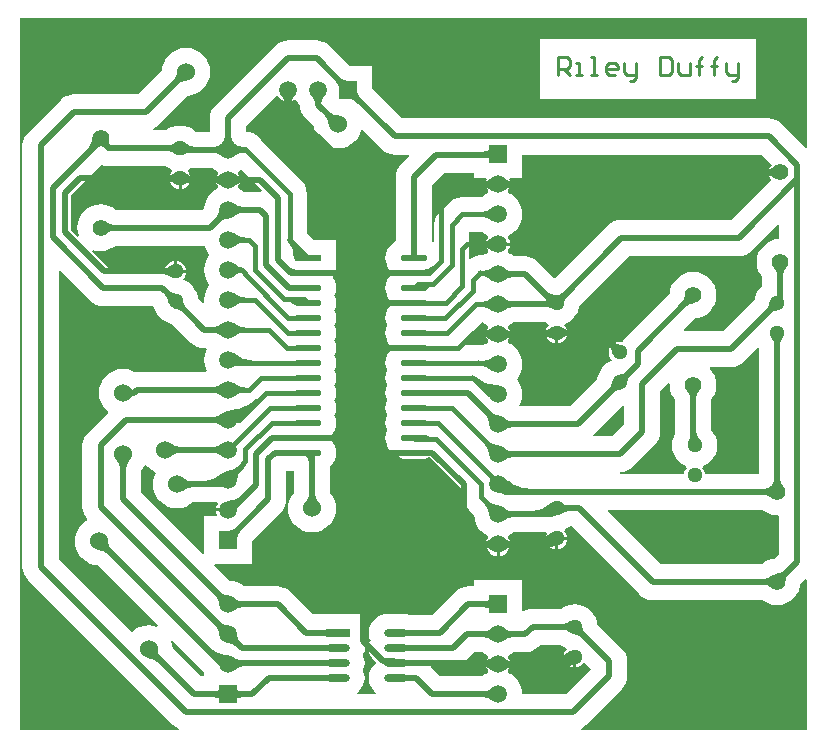
<source format=gtl>
%FSLAX25Y25*%
%MOIN*%
G70*
G01*
G75*
G04 Layer_Physical_Order=1*
G04 Layer_Color=255*
%ADD10C,0.02000*%
%ADD11C,0.01500*%
%ADD12O,0.09000X0.02000*%
%ADD13R,0.09000X0.02000*%
%ADD14O,0.08000X0.02500*%
%ADD15R,0.08000X0.02500*%
%ADD16C,0.01000*%
%ADD17C,0.05100*%
%ADD18R,0.05906X0.05906*%
%ADD19C,0.05906*%
%ADD20C,0.05512*%
%ADD21R,0.05906X0.05906*%
%ADD22C,0.06000*%
G36*
X625263Y354571D02*
X625207Y354000D01*
X625356Y352480D01*
X625800Y351018D01*
X626520Y349670D01*
X626971Y349121D01*
Y337801D01*
X626491Y336903D01*
X626059Y335480D01*
X625913Y334000D01*
X626059Y332520D01*
X626491Y331097D01*
X627192Y329785D01*
X628135Y328636D01*
X629285Y327692D01*
X630597Y326991D01*
X630763Y326940D01*
X630916Y326464D01*
X630399Y325790D01*
X630041Y324927D01*
X629982Y324479D01*
X608600D01*
X608576Y324978D01*
X609676Y325087D01*
X610807Y325430D01*
X610807Y325430D01*
X610807Y325430D01*
X611849Y325987D01*
X612763Y326737D01*
X612763Y326737D01*
X612763Y326737D01*
X620263Y334237D01*
X620263Y334237D01*
X620263Y334237D01*
X621013Y335151D01*
X621570Y336193D01*
X621570Y336193D01*
X621570Y336193D01*
X621913Y337324D01*
X622029Y338500D01*
X622029Y338500D01*
X622029Y338500D01*
Y338500D01*
Y352003D01*
X624811Y354784D01*
X625263Y354571D01*
D02*
G37*
G36*
X654971Y366291D02*
Y324479D01*
X637018D01*
X636959Y324927D01*
X636601Y325790D01*
X636084Y326464D01*
X636237Y326940D01*
X636403Y326991D01*
X637715Y327692D01*
X638865Y328636D01*
X639808Y329785D01*
X640509Y331097D01*
X640941Y332520D01*
X641086Y334000D01*
X640941Y335480D01*
X640509Y336903D01*
X639808Y338215D01*
X639029Y339164D01*
Y349121D01*
X639480Y349670D01*
X640200Y351018D01*
X640644Y352480D01*
X640793Y354000D01*
X640644Y355520D01*
X640200Y356982D01*
X639480Y358330D01*
X638511Y359511D01*
X638675Y359971D01*
X645500D01*
X646676Y360087D01*
X647807Y360430D01*
X648849Y360987D01*
X649763Y361737D01*
X654509Y366483D01*
X654971Y366291D01*
D02*
G37*
G36*
X432130Y382187D02*
X432130Y382187D01*
X432130Y382187D01*
Y382187D01*
X432130Y382187D01*
Y382187D01*
X432130D01*
X433044Y381437D01*
X434086Y380880D01*
X434086Y380880D01*
X434086Y380880D01*
D01*
X434086Y380880D01*
X434086Y380880D01*
X435217Y380537D01*
X436393Y380421D01*
X453089D01*
X453491Y379097D01*
X454192Y377785D01*
X455135Y376636D01*
X456285Y375692D01*
X457597Y374991D01*
X459020Y374559D01*
X459457Y374516D01*
X465737Y368237D01*
X466650Y367487D01*
X467693Y366930D01*
X468824Y366587D01*
X470000Y366471D01*
X470619D01*
X470876Y366042D01*
X470617Y365558D01*
X470162Y364059D01*
X470009Y362500D01*
X470162Y360941D01*
X470617Y359442D01*
X470876Y358958D01*
X470619Y358529D01*
X447500D01*
X446926Y358472D01*
X446076Y358927D01*
X444568Y359384D01*
X443000Y359539D01*
X441432Y359384D01*
X439924Y358927D01*
X438534Y358184D01*
X437316Y357184D01*
X436316Y355966D01*
X435573Y354576D01*
X435116Y353068D01*
X434961Y351500D01*
X435116Y349932D01*
X435573Y348424D01*
X436316Y347034D01*
X437316Y345816D01*
X437837Y345388D01*
X437862Y344888D01*
X431237Y338263D01*
X430487Y337350D01*
X429930Y336307D01*
X429587Y335176D01*
X429471Y334000D01*
X429471Y334000D01*
X429471D01*
X429471Y334000D01*
X429471D01*
Y313500D01*
X429587Y312324D01*
X429930Y311193D01*
X430487Y310151D01*
X431088Y309418D01*
X430990Y308928D01*
X430534Y308684D01*
X429316Y307684D01*
X428316Y306466D01*
X427573Y305076D01*
X427116Y303568D01*
X426961Y302000D01*
X427116Y300432D01*
X427573Y298924D01*
X428316Y297534D01*
X429316Y296316D01*
X430534Y295316D01*
X431924Y294573D01*
X433432Y294116D01*
X434459Y294015D01*
X454524Y273949D01*
X454267Y273521D01*
X453068Y273884D01*
X451500Y274039D01*
X449932Y273884D01*
X448424Y273427D01*
X447034Y272684D01*
X445838Y271703D01*
X421529Y296012D01*
Y392134D01*
X421991Y392326D01*
X432130Y382187D01*
D02*
G37*
G36*
X609757Y347380D02*
X609971Y347186D01*
Y340997D01*
X606003Y337029D01*
X599709D01*
X599517Y337491D01*
X609509Y347483D01*
X609757Y347380D01*
D02*
G37*
G36*
X589285Y267192D02*
X590597Y266491D01*
X590763Y266440D01*
X590916Y265964D01*
X590399Y265290D01*
X590041Y264427D01*
X589985Y264000D01*
X593500D01*
Y263500D01*
X594000D01*
Y259985D01*
X594427Y260041D01*
X595290Y260399D01*
X596032Y260968D01*
X596441Y261501D01*
X596940Y261534D01*
X598971Y259503D01*
Y259497D01*
X590503Y251029D01*
X575988D01*
X575838Y252559D01*
X575383Y254058D01*
X574645Y255440D01*
X573651Y256651D01*
X572440Y257645D01*
X571339Y258233D01*
X571234Y258721D01*
X571453Y259007D01*
X571851Y259968D01*
X571921Y260500D01*
X564079D01*
X564149Y259968D01*
X564547Y259007D01*
X564766Y258721D01*
X564661Y258233D01*
X563560Y257645D01*
X562810Y257029D01*
X548497D01*
X545517Y260009D01*
X545709Y260471D01*
X553000D01*
X554176Y260587D01*
X555307Y260930D01*
X555307Y260930D01*
X555307Y260930D01*
X556350Y261487D01*
X557263Y262237D01*
X557263Y262237D01*
X557263Y262237D01*
X559997Y264971D01*
X562810D01*
X563560Y264355D01*
X564661Y263767D01*
X564766Y263279D01*
X564547Y262993D01*
X564149Y262032D01*
X564079Y261500D01*
X571921D01*
X571851Y262032D01*
X571453Y262993D01*
X571234Y263279D01*
X571339Y263767D01*
X572440Y264355D01*
X573190Y264971D01*
X577000D01*
X578176Y265087D01*
X579307Y265430D01*
X579307Y265430D01*
X579307Y265430D01*
X580349Y265987D01*
X581263Y266737D01*
X581263Y266737D01*
X581263Y266737D01*
X581997Y267471D01*
X588945D01*
X589285Y267192D01*
D02*
G37*
G36*
X470047Y258426D02*
Y257029D01*
X468997D01*
X459485Y266541D01*
X459384Y267568D01*
X459021Y268767D01*
X459449Y269024D01*
X470047Y258426D01*
D02*
G37*
G36*
X451316Y326816D02*
X452534Y325816D01*
X453754Y325164D01*
X453899Y324686D01*
X453573Y324076D01*
X453116Y322568D01*
X452961Y321000D01*
X453116Y319432D01*
X453573Y317924D01*
X454316Y316534D01*
X455316Y315316D01*
X456534Y314316D01*
X457924Y313573D01*
X459432Y313116D01*
X461000Y312961D01*
X462568Y313116D01*
X464076Y313573D01*
X465466Y314316D01*
X466264Y314971D01*
X474348D01*
X474570Y314523D01*
X474547Y314493D01*
X474149Y313532D01*
X474079Y313000D01*
X478000D01*
Y312000D01*
X474079D01*
X474149Y311468D01*
X474397Y310869D01*
X474120Y310453D01*
X470047D01*
Y298132D01*
X469585Y297941D01*
X449029Y318497D01*
Y325736D01*
X449684Y326534D01*
X450207Y327512D01*
X450704Y327561D01*
X451316Y326816D01*
D02*
G37*
G36*
X656670Y312020D02*
X658018Y311300D01*
X659480Y310856D01*
X661000Y310707D01*
X661356Y310742D01*
X661727Y310406D01*
Y297753D01*
X660187Y296213D01*
X659480Y296144D01*
X658018Y295700D01*
X656670Y294980D01*
X656121Y294529D01*
X621997D01*
X604567Y311959D01*
X604759Y312421D01*
X656182D01*
X656670Y312020D01*
D02*
G37*
G36*
X470617Y399442D02*
X471355Y398060D01*
X471815Y397500D01*
X471355Y396940D01*
X470617Y395558D01*
X470162Y394059D01*
X470009Y392500D01*
X470162Y390941D01*
X470617Y389442D01*
X471355Y388060D01*
X471815Y387500D01*
X471355Y386940D01*
X470617Y385558D01*
X470162Y384059D01*
X470009Y382500D01*
X470098Y381594D01*
X469646Y381380D01*
X467984Y383043D01*
X467941Y383480D01*
X467509Y384903D01*
X466808Y386215D01*
X465865Y387365D01*
X464715Y388308D01*
X463403Y389009D01*
X463237Y389060D01*
X463084Y389536D01*
X463601Y390210D01*
X463959Y391073D01*
X464015Y391500D01*
X460500D01*
Y392000D01*
X460000D01*
Y395515D01*
X459573Y395459D01*
X458710Y395101D01*
X457968Y394532D01*
X457399Y393790D01*
X457041Y392927D01*
X456971Y392388D01*
X456050Y392479D01*
X438891D01*
X432602Y398767D01*
X432859Y399196D01*
X433980Y398856D01*
X435500Y398707D01*
X437020Y398856D01*
X438482Y399300D01*
X439830Y400020D01*
X440379Y400471D01*
X470305D01*
X470617Y399442D01*
D02*
G37*
G36*
X435850Y427430D02*
X436981Y427087D01*
X438157Y426971D01*
X457445D01*
X457785Y426692D01*
X459097Y425991D01*
X459263Y425940D01*
X459416Y425464D01*
X458899Y424790D01*
X458541Y423927D01*
X458485Y423500D01*
X465515D01*
X465459Y423927D01*
X465101Y424790D01*
X464584Y425464D01*
X464737Y425940D01*
X464903Y425991D01*
X465801Y426471D01*
X472810D01*
X473560Y425855D01*
X474661Y425267D01*
X474766Y424779D01*
X474547Y424493D01*
X474149Y423532D01*
X474079Y423000D01*
X481921D01*
X481851Y423532D01*
X481453Y424493D01*
X481234Y424779D01*
X481339Y425267D01*
X482390Y425829D01*
X489268Y418951D01*
X489055Y418499D01*
X488750Y418529D01*
X483190D01*
X482440Y419144D01*
X481339Y419733D01*
X481234Y420221D01*
X481453Y420507D01*
X481851Y421468D01*
X481921Y422000D01*
X474079D01*
X474149Y421468D01*
X474547Y420507D01*
X474766Y420221D01*
X474661Y419733D01*
X473560Y419144D01*
X472349Y418151D01*
X471355Y416940D01*
X470617Y415558D01*
X470162Y414059D01*
X470067Y413094D01*
X469503Y412529D01*
X440379D01*
X439830Y412980D01*
X438482Y413700D01*
X437020Y414144D01*
X435500Y414293D01*
X433980Y414144D01*
X432518Y413700D01*
X431170Y412980D01*
X429989Y412011D01*
X429020Y410830D01*
X428300Y409482D01*
X427856Y408020D01*
X427707Y406500D01*
X427856Y404980D01*
X428196Y403859D01*
X427767Y403602D01*
X425529Y405840D01*
Y417160D01*
X435817Y427447D01*
X435850Y427430D01*
D02*
G37*
G36*
X670953Y433367D02*
X670491Y433176D01*
X662451Y441216D01*
X661537Y441966D01*
X660495Y442523D01*
X659364Y442866D01*
X658187Y442982D01*
X536045D01*
X525953Y453074D01*
Y460453D01*
X518574D01*
X511763Y467263D01*
X510850Y468013D01*
X509807Y468570D01*
X508676Y468913D01*
X507500Y469029D01*
X498000D01*
X496824Y468913D01*
X495693Y468570D01*
X494651Y468013D01*
X493737Y467263D01*
X473737Y447263D01*
X472987Y446349D01*
X472430Y445307D01*
X472087Y444176D01*
X471971Y443000D01*
X471971Y443000D01*
X471971D01*
X471971Y443000D01*
X471971D01*
Y438529D01*
X467164D01*
X466215Y439308D01*
X464903Y440009D01*
X463480Y440441D01*
X462000Y440587D01*
X460520Y440441D01*
X459097Y440009D01*
X457785Y439308D01*
X457445Y439029D01*
X453086D01*
X452965Y439514D01*
X453850Y439987D01*
X454763Y440737D01*
X454763Y440737D01*
X454763Y440737D01*
X464541Y450515D01*
X465568Y450616D01*
X467076Y451073D01*
X468466Y451816D01*
X469684Y452816D01*
X470684Y454034D01*
X471427Y455424D01*
X471884Y456932D01*
X472039Y458500D01*
X471884Y460068D01*
X471427Y461576D01*
X470684Y462966D01*
X469684Y464184D01*
X468466Y465184D01*
X467076Y465927D01*
X465568Y466384D01*
X464000Y466539D01*
X462432Y466384D01*
X460924Y465927D01*
X459534Y465184D01*
X458316Y464184D01*
X457316Y462966D01*
X456573Y461576D01*
X456116Y460068D01*
X456015Y459041D01*
X448003Y451029D01*
X426500D01*
X425324Y450913D01*
X424193Y450570D01*
X423150Y450013D01*
X422237Y449263D01*
X411237Y438263D01*
X410487Y437350D01*
X409930Y436307D01*
X409587Y435176D01*
X409471Y434000D01*
X409471Y434000D01*
X409471D01*
X409471Y434000D01*
X409471D01*
Y293515D01*
X409587Y292338D01*
X409930Y291208D01*
X410487Y290165D01*
X411237Y289251D01*
X459704Y240784D01*
Y240784D01*
X459704Y240784D01*
X459704Y240784D01*
Y240784D01*
X460618Y240034D01*
X461557Y239532D01*
X461435Y239048D01*
X408547D01*
Y476500D01*
X670953D01*
Y433367D01*
D02*
G37*
G36*
X659154Y427460D02*
X658719Y426894D01*
X658341Y425981D01*
X658212Y425000D01*
X658341Y424019D01*
X658719Y423106D01*
X659154Y422540D01*
X645690Y409076D01*
X609047D01*
X607871Y408960D01*
X606740Y408617D01*
X605698Y408060D01*
X604784Y407310D01*
X587250Y389776D01*
X586750D01*
X581263Y395263D01*
X580349Y396013D01*
X579307Y396570D01*
X578176Y396913D01*
X577000Y397029D01*
X573190D01*
X572440Y397644D01*
X571339Y398233D01*
X571234Y398721D01*
X571453Y399007D01*
X571851Y399968D01*
X571921Y400500D01*
X564079D01*
X564149Y399968D01*
X564547Y399007D01*
X564766Y398721D01*
X564661Y398233D01*
X563560Y397644D01*
X563140Y397300D01*
X562000D01*
X560499Y397102D01*
X560089Y396932D01*
X559100Y396523D01*
X558748Y396252D01*
X558300Y396474D01*
Y405098D01*
X558402Y405200D01*
X562531D01*
X563560Y404355D01*
X564661Y403767D01*
X564766Y403279D01*
X564547Y402993D01*
X564149Y402032D01*
X564079Y401500D01*
X571921D01*
X571851Y402032D01*
X571453Y402993D01*
X571234Y403279D01*
X571339Y403767D01*
X572440Y404355D01*
X573651Y405349D01*
X574645Y406560D01*
X575383Y407942D01*
X575838Y409441D01*
X575991Y411000D01*
X575838Y412559D01*
X575383Y414058D01*
X574645Y415440D01*
X573651Y416651D01*
X572440Y417645D01*
X571339Y418233D01*
X571234Y418721D01*
X571453Y419007D01*
X571851Y419968D01*
X571921Y420500D01*
X564079D01*
X564149Y419968D01*
X564547Y419007D01*
X564766Y418721D01*
X564661Y418233D01*
X563560Y417645D01*
X562531Y416800D01*
X556000D01*
X554499Y416602D01*
X553100Y416023D01*
X551899Y415101D01*
X548399Y411601D01*
X547477Y410400D01*
X546898Y409001D01*
X546700Y407500D01*
Y402043D01*
X546397Y401861D01*
X545962Y402108D01*
Y420936D01*
X549888Y424861D01*
X560047D01*
Y423047D01*
X564120D01*
X564397Y422632D01*
X564149Y422032D01*
X564079Y421500D01*
X571921D01*
X571851Y422032D01*
X571603Y422632D01*
X571880Y423047D01*
X575953D01*
Y430924D01*
X655690D01*
X659154Y427460D01*
D02*
G37*
G36*
X661727Y407407D02*
Y402767D01*
X660480Y402644D01*
X659018Y402200D01*
X657670Y401480D01*
X656489Y400511D01*
X655520Y399330D01*
X654800Y397982D01*
X654356Y396520D01*
X654207Y395000D01*
X654356Y393480D01*
X654800Y392018D01*
X655520Y390670D01*
X655971Y390121D01*
Y387140D01*
X655635Y386864D01*
X654692Y385715D01*
X653991Y384403D01*
X653559Y382980D01*
X653516Y382542D01*
X643003Y372029D01*
X630209D01*
X630017Y372491D01*
X633813Y376287D01*
X634520Y376356D01*
X635982Y376800D01*
X637330Y377520D01*
X638511Y378489D01*
X639480Y379670D01*
X640200Y381018D01*
X640644Y382480D01*
X640793Y384000D01*
X640644Y385520D01*
X640200Y386982D01*
X639480Y388330D01*
X638511Y389511D01*
X637330Y390480D01*
X635982Y391200D01*
X634520Y391644D01*
X633000Y391793D01*
X631480Y391644D01*
X630018Y391200D01*
X628670Y390480D01*
X627489Y389511D01*
X626520Y388330D01*
X625800Y386982D01*
X625356Y385520D01*
X625287Y384813D01*
X610237Y369763D01*
X609487Y368849D01*
X609288Y368477D01*
X608500Y368581D01*
X607573Y368459D01*
X606710Y368101D01*
X605968Y367532D01*
X605399Y366790D01*
X605041Y365927D01*
X604919Y365000D01*
X605041Y364073D01*
X605399Y363210D01*
X605916Y362536D01*
X605763Y362060D01*
X605597Y362009D01*
X604285Y361308D01*
X603135Y360365D01*
X602192Y359215D01*
X601491Y357903D01*
X601059Y356480D01*
X601016Y356043D01*
X592003Y347029D01*
X575381D01*
X575124Y347458D01*
X575383Y347942D01*
X575838Y349441D01*
X575991Y351000D01*
X575838Y352559D01*
X575383Y354058D01*
X574645Y355440D01*
X574185Y356000D01*
X574645Y356560D01*
X575383Y357942D01*
X575838Y359441D01*
X575991Y361000D01*
X575838Y362559D01*
X575383Y364058D01*
X574645Y365440D01*
X573651Y366651D01*
X572440Y367645D01*
X571339Y368233D01*
X571234Y368721D01*
X571453Y369007D01*
X571851Y369968D01*
X571921Y370500D01*
X564079D01*
X564149Y369968D01*
X564547Y369007D01*
X564766Y368721D01*
X564661Y368233D01*
X563560Y367645D01*
X563140Y367300D01*
X555655D01*
X555464Y367762D01*
X562735Y375033D01*
X563560Y374356D01*
X564661Y373767D01*
X564766Y373279D01*
X564547Y372993D01*
X564149Y372032D01*
X564079Y371500D01*
X571921D01*
X571851Y372032D01*
X571453Y372993D01*
X571234Y373279D01*
X571339Y373767D01*
X572440Y374356D01*
X573190Y374971D01*
X583699D01*
X584597Y374491D01*
X584763Y374440D01*
X584916Y373964D01*
X584399Y373290D01*
X584041Y372427D01*
X583985Y372000D01*
X591015D01*
X590959Y372427D01*
X590601Y373290D01*
X590084Y373964D01*
X590237Y374440D01*
X590403Y374491D01*
X591715Y375192D01*
X592865Y376135D01*
X593808Y377285D01*
X594509Y378597D01*
X594941Y380020D01*
X594984Y380457D01*
X611545Y397018D01*
X648187D01*
X649364Y397134D01*
X650494Y397477D01*
X650494Y397477D01*
X650494Y397477D01*
X651537Y398034D01*
X652451Y398784D01*
X652451Y398784D01*
X652451Y398784D01*
X661265Y407598D01*
X661727Y407407D01*
D02*
G37*
G36*
X498500Y448579D02*
X499032Y448649D01*
X499993Y449047D01*
X500279Y449266D01*
X500767Y449161D01*
X501356Y448060D01*
X501992Y447285D01*
X502087Y446324D01*
X502430Y445193D01*
X502430Y445193D01*
X502430Y445193D01*
X502987Y444150D01*
X503737Y443237D01*
X503737Y443237D01*
X503737Y443237D01*
X506515Y440459D01*
X506616Y439432D01*
X507073Y437924D01*
X507816Y436534D01*
X508816Y435316D01*
X510034Y434316D01*
X511424Y433573D01*
X512932Y433116D01*
X514500Y432961D01*
X516068Y433116D01*
X517576Y433573D01*
X518966Y434316D01*
X520184Y435316D01*
X521184Y436534D01*
X521927Y437924D01*
X522280Y439087D01*
X522765Y439209D01*
X529284Y432690D01*
Y432690D01*
X529284Y432690D01*
X529284Y432690D01*
Y432690D01*
X530198Y431940D01*
X531240Y431383D01*
X531240Y431383D01*
X531240Y431383D01*
D01*
X531240Y431383D01*
X531240Y431383D01*
X532371Y431040D01*
X533547Y430924D01*
X538244D01*
X538436Y430462D01*
X535670Y427696D01*
X534920Y426783D01*
X534363Y425740D01*
X534020Y424609D01*
X533904Y423433D01*
X533904Y423433D01*
X533904D01*
X533904Y423433D01*
X533904D01*
Y401952D01*
X533083Y401513D01*
X532170Y400763D01*
X531420Y399850D01*
X530863Y398807D01*
X530520Y397676D01*
X530404Y396500D01*
X530520Y395324D01*
X530863Y394193D01*
X531420Y393150D01*
X532170Y392237D01*
X532763Y391750D01*
Y391250D01*
X532170Y390763D01*
X531420Y389849D01*
X530863Y388807D01*
X530520Y387676D01*
X530404Y386500D01*
X530520Y385324D01*
X530863Y384193D01*
X531420Y383151D01*
X532170Y382237D01*
X532763Y381750D01*
Y381250D01*
X532170Y380763D01*
X531420Y379850D01*
X530863Y378807D01*
X530520Y377676D01*
X530404Y376500D01*
X530520Y375324D01*
X530863Y374193D01*
X530966Y374000D01*
X530863Y373807D01*
X530520Y372676D01*
X530404Y371500D01*
X530520Y370324D01*
X530863Y369193D01*
X531420Y368150D01*
X532170Y367237D01*
X532763Y366750D01*
Y366250D01*
X532170Y365763D01*
X531420Y364849D01*
X530863Y363807D01*
X530520Y362676D01*
X530404Y361500D01*
X530520Y360324D01*
X530863Y359193D01*
X530966Y359000D01*
X530863Y358807D01*
X530520Y357676D01*
X530404Y356500D01*
X530520Y355324D01*
X530863Y354193D01*
X530966Y354000D01*
X530863Y353807D01*
X530520Y352676D01*
X530404Y351500D01*
X530520Y350324D01*
X530863Y349193D01*
X530966Y349000D01*
X530863Y348807D01*
X530520Y347676D01*
X530404Y346500D01*
X530520Y345324D01*
X530863Y344193D01*
X530966Y344000D01*
X530863Y343807D01*
X530520Y342676D01*
X530404Y341500D01*
X530520Y340324D01*
X530863Y339193D01*
X530966Y339000D01*
X530863Y338807D01*
X530520Y337676D01*
X530404Y336500D01*
X530520Y335324D01*
X530863Y334193D01*
X531420Y333151D01*
X532170Y332237D01*
X533083Y331487D01*
X534126Y330930D01*
X534532Y330807D01*
X534549Y330720D01*
X534991Y330058D01*
X535653Y329616D01*
X536433Y329461D01*
X543433D01*
X544213Y329616D01*
X544875Y330058D01*
X545207Y330091D01*
X556498Y318800D01*
Y316703D01*
X556695Y315202D01*
X557275Y313803D01*
X558196Y312602D01*
X560032Y310766D01*
X560162Y309441D01*
X560617Y307942D01*
X561355Y306560D01*
X562349Y305349D01*
X563560Y304356D01*
X564661Y303767D01*
X564766Y303279D01*
X564547Y302993D01*
X564149Y302032D01*
X564079Y301500D01*
X571921D01*
X571851Y302032D01*
X571453Y302993D01*
X571234Y303279D01*
X571339Y303767D01*
X572440Y304356D01*
X573190Y304971D01*
X584024D01*
X584302Y304555D01*
X584041Y303927D01*
X583985Y303500D01*
X591015D01*
X590959Y303927D01*
X590601Y304790D01*
X590084Y305464D01*
X590237Y305940D01*
X590403Y305991D01*
X591715Y306692D01*
X592055Y306971D01*
X592503D01*
X615237Y284237D01*
Y284237D01*
X615237Y284237D01*
X615237Y284237D01*
Y284237D01*
X616151Y283487D01*
X617193Y282930D01*
X617193Y282930D01*
X617193Y282930D01*
D01*
X617193Y282930D01*
X617193Y282930D01*
X618324Y282587D01*
X619500Y282471D01*
X656121D01*
X656670Y282020D01*
X658018Y281300D01*
X659480Y280856D01*
X661000Y280707D01*
X662520Y280856D01*
X663982Y281300D01*
X665330Y282020D01*
X666511Y282989D01*
X667480Y284170D01*
X668200Y285518D01*
X668644Y286980D01*
X668713Y287687D01*
X670491Y289464D01*
X670953Y289273D01*
Y239048D01*
X595621D01*
X595499Y239532D01*
X596349Y239987D01*
X597263Y240737D01*
X609263Y252737D01*
X609263Y252737D01*
X609263Y252737D01*
X610013Y253650D01*
X610570Y254693D01*
X610570Y254693D01*
X610570Y254693D01*
X610913Y255824D01*
X611029Y257000D01*
X611029Y257000D01*
X611029Y257000D01*
Y257000D01*
Y262000D01*
X611029Y262000D01*
X610913Y263176D01*
X610570Y264307D01*
X610013Y265350D01*
X609263Y266263D01*
X600984Y274542D01*
X600941Y274980D01*
X600509Y276403D01*
X599808Y277715D01*
X598865Y278865D01*
X597715Y279808D01*
X596403Y280509D01*
X594980Y280941D01*
X593500Y281086D01*
X592020Y280941D01*
X590597Y280509D01*
X589285Y279808D01*
X588945Y279529D01*
X579500D01*
X578324Y279413D01*
X577193Y279070D01*
X576382Y278637D01*
X575953Y278894D01*
Y288953D01*
X560047D01*
Y287029D01*
X558000D01*
X556824Y286913D01*
X555693Y286570D01*
X554650Y286013D01*
X553737Y285263D01*
X546003Y277529D01*
X538406D01*
X537975Y277660D01*
X536750Y277780D01*
X531250D01*
X530025Y277660D01*
X528847Y277302D01*
X527761Y276722D01*
X526809Y275941D01*
X526028Y274989D01*
X525448Y273903D01*
X525090Y272725D01*
X524970Y271500D01*
X525090Y270275D01*
X525448Y269097D01*
X525499Y269000D01*
X525448Y268903D01*
X525090Y267725D01*
X524970Y266500D01*
X525090Y265275D01*
X525448Y264097D01*
X526028Y263011D01*
X526809Y262059D01*
X527186Y261750D01*
Y261250D01*
X526809Y260941D01*
X526028Y259989D01*
X525448Y258903D01*
X525090Y257725D01*
X524970Y256500D01*
X525090Y255275D01*
X525448Y254097D01*
X526028Y253011D01*
X526809Y252059D01*
X527433Y251547D01*
X527265Y251076D01*
X521235D01*
X521067Y251547D01*
X521691Y252059D01*
X522472Y253011D01*
X523052Y254097D01*
X523410Y255275D01*
X523530Y256500D01*
X523410Y257725D01*
X523052Y258903D01*
X523000Y259000D01*
X523052Y259097D01*
X523410Y260275D01*
X523530Y261500D01*
X523410Y262725D01*
X523052Y263903D01*
X523000Y264000D01*
X523052Y264097D01*
X523402Y265250D01*
X523500D01*
Y266193D01*
X523530Y266500D01*
X523500Y266807D01*
Y277750D01*
X506276D01*
X498763Y285263D01*
X497850Y286013D01*
X496807Y286570D01*
X495676Y286913D01*
X494500Y287029D01*
X483190D01*
X482440Y287645D01*
X481058Y288383D01*
X479559Y288838D01*
X478594Y288933D01*
X473441Y294085D01*
X473632Y294547D01*
X485953D01*
Y301926D01*
X495716Y311689D01*
X495716Y311690D01*
X496466Y312603D01*
X497023Y313646D01*
X497366Y314776D01*
X497482Y315953D01*
X497482Y315953D01*
Y325471D01*
X499971D01*
Y318264D01*
X499316Y317466D01*
X498573Y316076D01*
X498116Y314568D01*
X497961Y313000D01*
X498116Y311432D01*
X498573Y309924D01*
X499316Y308534D01*
X500316Y307316D01*
X501534Y306316D01*
X502924Y305573D01*
X504432Y305116D01*
X506000Y304961D01*
X507568Y305116D01*
X509076Y305573D01*
X510466Y306316D01*
X511684Y307316D01*
X512684Y308534D01*
X513427Y309924D01*
X513884Y311432D01*
X514039Y313000D01*
X513884Y314568D01*
X513427Y316076D01*
X512684Y317466D01*
X512029Y318264D01*
Y327045D01*
X512263Y327237D01*
X513013Y328151D01*
X513570Y329193D01*
X513913Y330324D01*
X514029Y331500D01*
X513913Y332676D01*
X513570Y333807D01*
X513013Y334850D01*
X512263Y335763D01*
X511670Y336250D01*
Y336750D01*
X512263Y337237D01*
X513013Y338151D01*
X513570Y339193D01*
X513913Y340324D01*
X514029Y341500D01*
X513913Y342676D01*
X513570Y343807D01*
X513467Y344000D01*
X513570Y344193D01*
X513913Y345324D01*
X514029Y346500D01*
X513913Y347676D01*
X513570Y348807D01*
X513467Y349000D01*
X513570Y349193D01*
X513913Y350324D01*
X514029Y351500D01*
X513913Y352676D01*
X513570Y353807D01*
X513467Y354000D01*
X513570Y354193D01*
X513913Y355324D01*
X514029Y356500D01*
X513913Y357676D01*
X513570Y358807D01*
X513467Y359000D01*
X513570Y359193D01*
X513913Y360324D01*
X514029Y361500D01*
X513913Y362676D01*
X513570Y363807D01*
X513467Y364000D01*
X513570Y364193D01*
X513913Y365324D01*
X514029Y366500D01*
X513913Y367676D01*
X513570Y368807D01*
X513467Y369000D01*
X513570Y369193D01*
X513913Y370324D01*
X514029Y371500D01*
X513913Y372676D01*
X513570Y373807D01*
X513467Y374000D01*
X513570Y374193D01*
X513913Y375324D01*
X514029Y376500D01*
X513913Y377676D01*
X513570Y378807D01*
X513467Y379000D01*
X513570Y379193D01*
X513913Y380324D01*
X514029Y381500D01*
X513913Y382676D01*
X513570Y383807D01*
X513467Y384000D01*
X513570Y384193D01*
X513913Y385324D01*
X514029Y386500D01*
X513913Y387676D01*
X513570Y388807D01*
X513013Y389849D01*
X512850Y390048D01*
X513064Y390500D01*
X514000D01*
Y402500D01*
X506702D01*
X504300Y404902D01*
Y417921D01*
X504102Y419422D01*
X503523Y420821D01*
X502601Y422022D01*
X489119Y435504D01*
X488934Y435850D01*
X488185Y436763D01*
X487271Y437513D01*
X486229Y438070D01*
X485098Y438413D01*
X484029Y438518D01*
Y440503D01*
X494056Y450529D01*
X494555Y450497D01*
X495181Y449681D01*
X496007Y449047D01*
X496968Y448649D01*
X497500Y448579D01*
Y452500D01*
X498500D01*
Y448579D01*
D02*
G37*
%LPC*%
G36*
X571921Y300500D02*
X568500D01*
Y297079D01*
X569032Y297149D01*
X569993Y297547D01*
X570819Y298181D01*
X571453Y299007D01*
X571851Y299968D01*
X571921Y300500D01*
D02*
G37*
G36*
X653981Y469498D02*
X582000D01*
Y449501D01*
X653981D01*
Y469498D01*
D02*
G37*
G36*
X593000Y263000D02*
X589985D01*
X590041Y262573D01*
X590399Y261710D01*
X590968Y260968D01*
X591710Y260399D01*
X592573Y260041D01*
X593000Y259985D01*
Y263000D01*
D02*
G37*
G36*
X567500Y300500D02*
X564079D01*
X564149Y299968D01*
X564547Y299007D01*
X565181Y298181D01*
X566007Y297547D01*
X566968Y297149D01*
X567500Y297079D01*
Y300500D01*
D02*
G37*
G36*
X587000Y371000D02*
X583985D01*
X584041Y370573D01*
X584399Y369710D01*
X584968Y368968D01*
X585710Y368399D01*
X586573Y368041D01*
X587000Y367985D01*
Y371000D01*
D02*
G37*
G36*
X591015D02*
X588000D01*
Y367985D01*
X588427Y368041D01*
X589290Y368399D01*
X590032Y368968D01*
X590601Y369710D01*
X590959Y370573D01*
X591015Y371000D01*
D02*
G37*
G36*
X461000Y395515D02*
Y392500D01*
X464015D01*
X463959Y392927D01*
X463601Y393790D01*
X463032Y394532D01*
X462290Y395101D01*
X461427Y395459D01*
X461000Y395515D01*
D02*
G37*
G36*
X461500Y422500D02*
X458485D01*
X458541Y422073D01*
X458899Y421210D01*
X459468Y420468D01*
X460210Y419899D01*
X461073Y419541D01*
X461500Y419485D01*
Y422500D01*
D02*
G37*
G36*
X587000Y302500D02*
X583985D01*
X584041Y302073D01*
X584399Y301210D01*
X584968Y300468D01*
X585710Y299899D01*
X586573Y299541D01*
X587000Y299485D01*
Y302500D01*
D02*
G37*
G36*
X591015D02*
X588000D01*
Y299485D01*
X588427Y299541D01*
X589290Y299899D01*
X590032Y300468D01*
X590601Y301210D01*
X590959Y302073D01*
X591015Y302500D01*
D02*
G37*
G36*
X465515Y422500D02*
X462500D01*
Y419485D01*
X462927Y419541D01*
X463790Y419899D01*
X464532Y420468D01*
X465101Y421210D01*
X465459Y422073D01*
X465515Y422500D01*
D02*
G37*
%LPD*%
D10*
X453500Y266000D02*
G03*
X454914Y262586I4828J0D01*
G01*
X454914Y262586D02*
G03*
X451500Y264000I-3414J-3414D01*
G01*
X454175Y263480D02*
G03*
X451500Y266000I-3376J-905D01*
G01*
D02*
G03*
X454020Y263325I3424J701D01*
G01*
X458414Y333914D02*
G03*
X461828Y332500I3414J3414D01*
G01*
D02*
G03*
X458414Y331086I0J-4828D01*
G01*
X437000Y302000D02*
G03*
X438414Y298586I4828J0D01*
G01*
X438414Y298586D02*
G03*
X435000Y300000I-3414J-3414D01*
G01*
X437675Y299480D02*
G03*
X435000Y302000I-3376J-905D01*
G01*
D02*
G03*
X437520Y299325I3424J701D01*
G01*
X462414Y322414D02*
G03*
X465828Y321000I3414J3414D01*
G01*
D02*
G03*
X462414Y319586I0J-4828D01*
G01*
X444414Y329586D02*
G03*
X443000Y326172I3414J-3414D01*
G01*
D02*
G03*
X441586Y329586I-4828J0D01*
G01*
X444723Y352515D02*
G03*
X446500Y351500I1777J1047D01*
G01*
D02*
G03*
X444723Y350485I0J-2062D01*
G01*
X504586Y314414D02*
G03*
X506000Y317828I-3414J3414D01*
G01*
D02*
G03*
X507414Y314414I4828J0D01*
G01*
X512500Y441000D02*
G03*
X511086Y444414I-4828J0D01*
G01*
X511086Y444414D02*
G03*
X514500Y443000I3414J3414D01*
G01*
X511825Y443520D02*
G03*
X514500Y441000I3376J905D01*
G01*
D02*
G03*
X511980Y443675I-3424J-701D01*
G01*
X464000Y456500D02*
G03*
X460586Y455086I0J-4828D01*
G01*
X460586Y455086D02*
G03*
X462000Y458500I-3414J3414D01*
G01*
X461480Y455825D02*
G03*
X464000Y458500I-905J3376D01*
G01*
D02*
G03*
X461325Y455980I701J-3424D01*
G01*
X588551Y261000D02*
G03*
X593818Y263182I0J7449D01*
G01*
X583722Y261000D02*
G03*
X592404Y264596I0J12278D01*
G01*
X593099Y262003D02*
G03*
X591385Y261777I-584J-2181D01*
G01*
X590262Y261128D02*
G03*
X591962Y263692I-1727J2991D01*
G01*
X592852Y262092D02*
G03*
X587649Y261851I-2369J-5151D01*
G01*
X593436Y261951D02*
G03*
X591000Y261000I-133J-3254D01*
G01*
D02*
G03*
X591951Y263437I-2303J2303D01*
G01*
X592404Y272404D02*
G03*
X589758Y273500I-2646J-2646D01*
G01*
D02*
G03*
X592404Y274596I0J3742D01*
G01*
X595050Y273500D02*
G03*
X596146Y270854I3742J0D01*
G01*
X596146Y270854D02*
G03*
X593500Y271950I-2646J-2646D01*
G01*
X632404Y335096D02*
G03*
X633000Y336535I-1439J1439D01*
G01*
Y338949D02*
G03*
X634596Y335096I5449J0D01*
G01*
X606950Y365000D02*
G03*
X605854Y367646I-3742J0D01*
G01*
X605854Y367646D02*
G03*
X608500Y366550I2646J2646D01*
G01*
Y353450D02*
G03*
X605854Y352354I0J-3742D01*
G01*
X605854Y352354D02*
G03*
X606950Y355000I-2646J2646D01*
G01*
X608500Y356550D02*
G03*
X611146Y357646I0J3742D01*
G01*
X611146Y357646D02*
G03*
X610050Y355000I2646J-2646D01*
G01*
X661000Y379950D02*
G03*
X658354Y378854I0J-3742D01*
G01*
X658354Y378854D02*
G03*
X659450Y381500I-2646J2646D01*
G01*
X662096Y370404D02*
G03*
X661000Y367758I2646J-2646D01*
G01*
D02*
G03*
X659904Y370404I-3742J0D01*
G01*
X586404Y370404D02*
G03*
X584965Y371000I-1439J-1439D01*
G01*
X582551D02*
G03*
X586404Y372596I0J5449D01*
G01*
X588596D02*
G03*
X591242Y371500I2646J2646D01*
G01*
D02*
G03*
X588596Y370404I0J-3742D01*
G01*
X583147Y384853D02*
G03*
X587500Y383050I4353J4353D01*
G01*
X586404Y380404D02*
G03*
X584965Y381000I-1439J-1439D01*
G01*
X582551D02*
G03*
X586404Y382596I0J5449D01*
G01*
X587500Y383050D02*
G03*
X590146Y384146I0J3742D01*
G01*
X590146Y384146D02*
G03*
X589050Y381500I2646J-2646D01*
G01*
X587916Y381672D02*
G03*
X585836Y383496I-2889J-1198D01*
G01*
X459404Y390904D02*
G03*
X456758Y392000I-2646J-2646D01*
G01*
D02*
G03*
X459404Y393096I0J3742D01*
G01*
X462050Y382000D02*
G03*
X463146Y379354I3742J0D01*
G01*
X463146Y379354D02*
G03*
X460500Y380450I-2646J-2646D01*
G01*
X458950Y382000D02*
G03*
X457854Y384646I-3742J0D01*
G01*
X457854Y384646D02*
G03*
X460500Y383550I2646J2646D01*
G01*
X460904Y421904D02*
G03*
X458258Y423000I-2646J-2646D01*
G01*
D02*
G03*
X460904Y424096I0J3742D01*
G01*
X463096D02*
G03*
X466949Y422500I3853J3853D01*
G01*
X464535D02*
G03*
X463096Y421904I0J-2035D01*
G01*
X460904Y431904D02*
G03*
X458258Y433000I-2646J-2646D01*
G01*
D02*
G03*
X460904Y434096I0J3742D01*
G01*
X463096D02*
G03*
X466949Y432500I3853J3853D01*
G01*
X464535D02*
G03*
X463096Y431904I0J-2035D01*
G01*
X516047Y452500D02*
G03*
X514666Y455834I-4714J0D01*
G01*
X514666Y455834D02*
G03*
X518000Y454453I3334J3334D01*
G01*
X519953Y452500D02*
G03*
X521334Y449166I4714J0D01*
G01*
X521334Y449166D02*
G03*
X518000Y450547I-3334J-3334D01*
G01*
X509381Y451119D02*
G03*
X508000Y447786I3334J-3334D01*
G01*
D02*
G03*
X506619Y451119I-4714J0D01*
G01*
X499381D02*
G03*
X498000Y447786I3334J-3334D01*
G01*
D02*
G03*
X496619Y451119I-4714J0D01*
G01*
X569381Y302381D02*
G03*
X572714Y301000I3334J3334D01*
G01*
D02*
G03*
X569381Y299619I0J-4714D01*
G01*
X566619D02*
G03*
X563286Y301000I-3334J-3334D01*
G01*
D02*
G03*
X566619Y302381I0J4714D01*
G01*
X569381Y312381D02*
G03*
X572714Y311000I3334J3334D01*
G01*
D02*
G03*
X569381Y309619I0J-4714D01*
G01*
X567967Y320967D02*
G03*
X573801Y318550I5834J5834D01*
G01*
X569381Y322381D02*
G03*
X578629Y318550I9248J9248D01*
G01*
X569923Y321339D02*
G03*
X571688Y318818I3585J632D01*
G01*
X571688Y318818D02*
G03*
X568603Y319143I-1907J-3303D01*
G01*
X571510Y321152D02*
G03*
X567974Y321039I-1677J-2905D01*
G01*
X574301Y319540D02*
G03*
X569082Y319374I-2476J-4288D01*
G01*
X569896Y320534D02*
G03*
X570450Y318550I2036J-501D01*
G01*
D02*
G03*
X568466Y319104I-1483J-1483D01*
G01*
X569381Y332381D02*
G03*
X572714Y331000I3334J3334D01*
G01*
D02*
G03*
X569381Y329619I0J-4714D01*
G01*
Y342381D02*
G03*
X572714Y341000I3334J3334D01*
G01*
D02*
G03*
X569381Y339619I0J-4714D01*
G01*
X568047Y341005D02*
G03*
X565903Y343515I-2899J-306D01*
G01*
X566047Y341000D02*
G03*
X564313Y345187I-5922J0D01*
G01*
X565520Y343980D02*
G03*
X568000Y342953I2480J2480D01*
G01*
X565330Y343675D02*
G03*
X567987Y340955I3751J1005D01*
G01*
X569381Y372381D02*
G03*
X572714Y371000I3334J3334D01*
G01*
D02*
G03*
X569381Y369619I0J-4714D01*
G01*
Y382381D02*
G03*
X572714Y381000I3334J3334D01*
G01*
D02*
G03*
X569381Y379619I0J-4714D01*
G01*
Y392381D02*
G03*
X572714Y391000I3334J3334D01*
G01*
D02*
G03*
X569381Y389619I0J-4714D01*
G01*
Y422381D02*
G03*
X572714Y421000I3334J3334D01*
G01*
D02*
G03*
X569381Y419619I0J-4714D01*
G01*
X566619Y429619D02*
G03*
X563551Y430890I-3069J-3069D01*
G01*
X563021D02*
G03*
X566619Y432381I0J5089D01*
G01*
X479381Y433881D02*
G03*
X482714Y432500I3334J3334D01*
G01*
D02*
G03*
X479381Y431119I0J-4714D01*
G01*
X476619D02*
G03*
X473286Y432500I-3334J-3334D01*
G01*
D02*
G03*
X476619Y433881I0J4714D01*
G01*
D02*
G03*
X478000Y437214I-3334J3334D01*
G01*
D02*
G03*
X479381Y433881I4714J0D01*
G01*
Y423881D02*
G03*
X482714Y422500I3334J3334D01*
G01*
D02*
G03*
X479381Y421119I0J-4714D01*
G01*
X476619D02*
G03*
X473286Y422500I-3334J-3334D01*
G01*
D02*
G03*
X476619Y423881I0J4714D01*
G01*
X479381Y413881D02*
G03*
X482714Y412500I3334J3334D01*
G01*
D02*
G03*
X479381Y411119I0J-4714D01*
G01*
X478000Y410547D02*
G03*
X474666Y409166I0J-4714D01*
G01*
X474666Y409166D02*
G03*
X476047Y412500I-3334J3334D01*
G01*
X475614Y409908D02*
G03*
X478046Y412491I-873J3260D01*
G01*
X477990Y412546D02*
G03*
X475408Y410114I677J-3306D01*
G01*
X476619Y371119D02*
G03*
X473286Y372500I-3334J-3334D01*
G01*
D02*
G03*
X476619Y373881I0J4714D01*
G01*
Y351119D02*
G03*
X473286Y352500I-3334J-3334D01*
G01*
D02*
G03*
X476619Y353881I0J4714D01*
G01*
Y341119D02*
G03*
X473286Y342500I-3334J-3334D01*
G01*
D02*
G03*
X476619Y343881I0J4714D01*
G01*
Y331119D02*
G03*
X473286Y332500I-3334J-3334D01*
G01*
D02*
G03*
X476619Y333881I0J4714D01*
G01*
X476486Y321267D02*
G03*
X473153Y321880I-2026J-1650D01*
G01*
X474493Y321000D02*
G03*
X478033Y322467I0J5007D01*
G01*
X469664Y321000D02*
G03*
X476619Y323881I0J9836D01*
G01*
X478000Y314453D02*
G03*
X483356Y316671I0J7574D01*
G01*
X481071Y315276D02*
G03*
X477956Y312518I1206J-4500D01*
G01*
X478000Y304453D02*
G03*
X481334Y305834I0J4714D01*
G01*
X481334Y305834D02*
G03*
X479953Y302500I3334J-3334D01*
G01*
X435500Y434744D02*
G03*
X433942Y434099I0J-2204D01*
G01*
X431906Y432063D02*
G03*
X433744Y436500I-4437J4437D01*
G01*
X435416Y436729D02*
G03*
X433139Y434241I1254J-3434D01*
G01*
X437219Y436142D02*
G03*
X438157Y433000I3376J-703D01*
G01*
X437058Y434099D02*
G03*
X435500Y434744I-1558J-1558D01*
G01*
X436742Y407742D02*
G03*
X439739Y406500I2998J2998D01*
G01*
D02*
G03*
X436742Y405258I0J-4239D01*
G01*
X659758Y317258D02*
G03*
X656882Y318450I-2877J-2877D01*
G01*
X656640D02*
G03*
X659758Y319742I0J4410D01*
G01*
D02*
G03*
X661000Y322739I-2998J2998D01*
G01*
D02*
G03*
X662242Y319742I4239J0D01*
G01*
X659758Y287258D02*
G03*
X656761Y288500I-2998J-2998D01*
G01*
D02*
G03*
X659758Y289742I0J4239D01*
G01*
X661049Y288261D02*
G03*
X663246Y290331I-576J2813D01*
G01*
X661000Y290256D02*
G03*
X663998Y291497I0J4239D01*
G01*
D02*
G03*
X662756Y288500I2998J-2998D01*
G01*
X662831Y290746D02*
G03*
X660761Y288549I743J-2774D01*
G01*
X634242Y352758D02*
G03*
X633000Y349761I2998J-2998D01*
G01*
D02*
G03*
X631758Y352758I-4239J0D01*
G01*
X632951Y384239D02*
G03*
X630754Y382169I576J-2813D01*
G01*
X633000Y382244D02*
G03*
X630002Y381002I0J-4239D01*
G01*
D02*
G03*
X631244Y384000I-2998J2998D01*
G01*
X631169Y381754D02*
G03*
X633239Y383951I-743J2774D01*
G01*
X660758Y423758D02*
G03*
X657761Y425000I-2998J-2998D01*
G01*
D02*
G03*
X660758Y426242I0J4239D01*
G01*
X663242Y393758D02*
G03*
X662000Y390761I2998J-2998D01*
G01*
D02*
G03*
X660758Y393758I-4239J0D01*
G01*
X566619Y249619D02*
G03*
X563286Y251000I-3334J-3334D01*
G01*
D02*
G03*
X566619Y252381I0J4714D01*
G01*
X569381Y262381D02*
G03*
X572714Y261000I3334J3334D01*
G01*
D02*
G03*
X569381Y259619I0J-4714D01*
G01*
X566619D02*
G03*
X562079Y261500I-4541J-4541D01*
G01*
X564493D02*
G03*
X566619Y262381I0J3007D01*
G01*
X569381Y272381D02*
G03*
X572714Y271000I3334J3334D01*
G01*
D02*
G03*
X569381Y269619I0J-4714D01*
G01*
X566619D02*
G03*
X563286Y271000I-3334J-3334D01*
G01*
D02*
G03*
X566619Y272381I0J4714D01*
G01*
Y279619D02*
G03*
X563286Y281000I-3334J-3334D01*
G01*
D02*
G03*
X566619Y282381I0J4714D01*
G01*
X476047Y281000D02*
G03*
X474666Y284334I-4714J0D01*
G01*
X474666Y284334D02*
G03*
X478000Y282953I3334J3334D01*
G01*
X479381Y282381D02*
G03*
X482714Y281000I3334J3334D01*
G01*
D02*
G03*
X479381Y279619I0J-4714D01*
G01*
X475408Y283386D02*
G03*
X477990Y280954I3260J873D01*
G01*
X478046Y281010D02*
G03*
X475614Y283592I-3306J-677D01*
G01*
X476047Y271000D02*
G03*
X474666Y274334I-4714J0D01*
G01*
X474666Y274334D02*
G03*
X478000Y272953I3334J3334D01*
G01*
X480592Y268614D02*
G03*
X478010Y271046I-3260J-873D01*
G01*
X479953Y271000D02*
G03*
X481334Y267666I4714J0D01*
G01*
X481334Y267666D02*
G03*
X478000Y269047I-3334J-3334D01*
G01*
X477954Y270990D02*
G03*
X480386Y268408I3306J677D01*
G01*
X475408Y273386D02*
G03*
X477990Y270954I3260J873D01*
G01*
X478046Y271009D02*
G03*
X475614Y273592I-3306J-677D01*
G01*
X474666Y262334D02*
G03*
X478000Y260953I3334J3334D01*
G01*
X471252Y265748D02*
G03*
X478000Y262953I6748J6748D01*
G01*
X479381Y262381D02*
G03*
X481507Y261500I2127J2127D01*
G01*
X483921D02*
G03*
X479381Y259619I0J-6421D01*
G01*
X478042Y261022D02*
G03*
X474457Y263902I-5060J-2627D01*
G01*
X479381Y252381D02*
G03*
X482714Y251000I3334J3334D01*
G01*
D02*
G03*
X479381Y249619I0J-4714D01*
G01*
X476619D02*
G03*
X473286Y251000I-3334J-3334D01*
G01*
D02*
G03*
X476619Y252381I0J4714D01*
G01*
X586664Y301695D02*
G03*
X582414Y301793I-2205J-3444D01*
G01*
X583758Y301000D02*
G03*
X587818Y302682I0J5742D01*
G01*
X578930Y301000D02*
G03*
X586404Y304096I0J10571D01*
G01*
X587099Y301503D02*
G03*
X585385Y301277I-584J-2181D01*
G01*
X585027Y301070D02*
G03*
X585956Y302861I-937J1623D01*
G01*
X587166Y301486D02*
G03*
X585500Y301000I-389J-1763D01*
G01*
X585500Y301000D02*
G03*
X585986Y302666I-1277J1277D01*
G01*
X586664Y311695D02*
G03*
X582414Y311792I-2205J-3444D01*
G01*
X583758Y311000D02*
G03*
X587818Y312682I0J5742D01*
G01*
X578930Y311000D02*
G03*
X586404Y314096I0J10571D01*
G01*
X587099Y311503D02*
G03*
X585385Y311277I-584J-2181D01*
G01*
X585027Y311070D02*
G03*
X585956Y312861I-937J1623D01*
G01*
X588596Y314096D02*
G03*
X591242Y313000I2646J2646D01*
G01*
D02*
G03*
X588596Y311904I0J-3742D01*
G01*
X587166Y311486D02*
G03*
X585500Y311000I-389J-1763D01*
G01*
X585500Y311000D02*
G03*
X585986Y312666I-1277J1277D01*
G01*
X529098Y262641D02*
G03*
X531250Y261750I2152J2152D01*
G01*
X529490Y262250D02*
G03*
X531198Y261744I1319J1319D01*
G01*
X531035Y261372D02*
G03*
X529490Y262250I-1546J-921D01*
G01*
X497586Y392914D02*
G03*
X501000Y391500I3414J3414D01*
G01*
X506000Y327879D02*
G03*
X504500Y331500I-5121J0D01*
G01*
X506000Y329379D02*
G03*
X504500Y331500I-2250J0D01*
G01*
X453500Y266000D02*
G03*
X454914Y262586I4828J0D01*
G01*
X454914Y262586D02*
G03*
X451500Y264000I-3414J-3414D01*
G01*
X458414Y333914D02*
G03*
X461828Y332500I3414J3414D01*
G01*
D02*
G03*
X458414Y331086I0J-4828D01*
G01*
X437000Y302000D02*
G03*
X438414Y298586I4828J0D01*
G01*
X438414Y298586D02*
G03*
X435000Y300000I-3414J-3414D01*
G01*
X462414Y322414D02*
G03*
X465828Y321000I3414J3414D01*
G01*
D02*
G03*
X462414Y319586I0J-4828D01*
G01*
X444414Y329586D02*
G03*
X443000Y326172I3414J-3414D01*
G01*
D02*
G03*
X441586Y329586I-4828J0D01*
G01*
X444723Y352515D02*
G03*
X446500Y351500I1777J1047D01*
G01*
D02*
G03*
X444723Y350485I0J-2062D01*
G01*
X504586Y314414D02*
G03*
X506000Y317828I-3414J3414D01*
G01*
D02*
G03*
X507414Y314414I4828J0D01*
G01*
X512500Y441000D02*
G03*
X511086Y444414I-4828J0D01*
G01*
X511086Y444414D02*
G03*
X514500Y443000I3414J3414D01*
G01*
X464000Y456500D02*
G03*
X460586Y455086I0J-4828D01*
G01*
X460586Y455086D02*
G03*
X462000Y458500I-3414J3414D01*
G01*
X588551Y261000D02*
G03*
X593818Y263182I0J7449D01*
G01*
X583722Y261000D02*
G03*
X592404Y264596I0J12278D01*
G01*
X593436Y261951D02*
G03*
X591000Y261000I-133J-3254D01*
G01*
D02*
G03*
X591951Y263437I-2303J2303D01*
G01*
X592404Y272404D02*
G03*
X589758Y273500I-2646J-2646D01*
G01*
D02*
G03*
X592404Y274596I0J3742D01*
G01*
X595050Y273500D02*
G03*
X596146Y270854I3742J0D01*
G01*
X596146Y270854D02*
G03*
X593500Y271950I-2646J-2646D01*
G01*
X632404Y335096D02*
G03*
X633000Y336535I-1439J1439D01*
G01*
Y338949D02*
G03*
X634596Y335096I5449J0D01*
G01*
X606950Y365000D02*
G03*
X605854Y367646I-3742J0D01*
G01*
X605854Y367646D02*
G03*
X608500Y366550I2646J2646D01*
G01*
Y353450D02*
G03*
X605854Y352354I0J-3742D01*
G01*
X605854Y352354D02*
G03*
X606950Y355000I-2646J2646D01*
G01*
X608500Y356550D02*
G03*
X611146Y357646I0J3742D01*
G01*
X611146Y357646D02*
G03*
X610050Y355000I2646J-2646D01*
G01*
X661000Y379950D02*
G03*
X658354Y378854I0J-3742D01*
G01*
X658354Y378854D02*
G03*
X659450Y381500I-2646J2646D01*
G01*
X662096Y370404D02*
G03*
X661000Y367758I2646J-2646D01*
G01*
D02*
G03*
X659904Y370404I-3742J0D01*
G01*
X586404Y370404D02*
G03*
X584965Y371000I-1439J-1439D01*
G01*
X582551D02*
G03*
X586404Y372596I0J5449D01*
G01*
X588596D02*
G03*
X591242Y371500I2646J2646D01*
G01*
D02*
G03*
X588596Y370404I0J-3742D01*
G01*
X583147Y384853D02*
G03*
X587500Y383050I4353J4353D01*
G01*
X586404Y380404D02*
G03*
X584965Y381000I-1439J-1439D01*
G01*
X582551D02*
G03*
X586404Y382596I0J5449D01*
G01*
X587500Y383050D02*
G03*
X590146Y384146I0J3742D01*
G01*
X590146Y384146D02*
G03*
X589050Y381500I2646J-2646D01*
G01*
X459404Y390904D02*
G03*
X456758Y392000I-2646J-2646D01*
G01*
D02*
G03*
X459404Y393096I0J3742D01*
G01*
X462050Y382000D02*
G03*
X463146Y379354I3742J0D01*
G01*
X463146Y379354D02*
G03*
X460500Y380450I-2646J-2646D01*
G01*
X458950Y382000D02*
G03*
X457854Y384646I-3742J0D01*
G01*
X457854Y384646D02*
G03*
X460500Y383550I2646J2646D01*
G01*
X460904Y421904D02*
G03*
X458258Y423000I-2646J-2646D01*
G01*
D02*
G03*
X460904Y424096I0J3742D01*
G01*
X463096D02*
G03*
X466949Y422500I3853J3853D01*
G01*
X464535D02*
G03*
X463096Y421904I0J-2035D01*
G01*
X460904Y431904D02*
G03*
X458258Y433000I-2646J-2646D01*
G01*
D02*
G03*
X460904Y434096I0J3742D01*
G01*
X463096D02*
G03*
X466949Y432500I3853J3853D01*
G01*
X464535D02*
G03*
X463096Y431904I0J-2035D01*
G01*
X516047Y452500D02*
G03*
X514666Y455834I-4714J0D01*
G01*
X514666Y455834D02*
G03*
X518000Y454453I3334J3334D01*
G01*
X519953Y452500D02*
G03*
X521334Y449166I4714J0D01*
G01*
X521334Y449166D02*
G03*
X518000Y450547I-3334J-3334D01*
G01*
X509381Y451119D02*
G03*
X508000Y447786I3334J-3334D01*
G01*
D02*
G03*
X506619Y451119I-4714J0D01*
G01*
X499381D02*
G03*
X498000Y447786I3334J-3334D01*
G01*
D02*
G03*
X496619Y451119I-4714J0D01*
G01*
X569381Y302381D02*
G03*
X572714Y301000I3334J3334D01*
G01*
D02*
G03*
X569381Y299619I0J-4714D01*
G01*
X566619D02*
G03*
X563286Y301000I-3334J-3334D01*
G01*
D02*
G03*
X566619Y302381I0J4714D01*
G01*
X569381Y312381D02*
G03*
X572714Y311000I3334J3334D01*
G01*
D02*
G03*
X569381Y309619I0J-4714D01*
G01*
X567967Y320967D02*
G03*
X573801Y318550I5834J5834D01*
G01*
X569381Y322381D02*
G03*
X578629Y318550I9248J9248D01*
G01*
X569896Y320534D02*
G03*
X570450Y318550I2036J-501D01*
G01*
D02*
G03*
X568466Y319104I-1483J-1483D01*
G01*
X569381Y332381D02*
G03*
X572714Y331000I3334J3334D01*
G01*
D02*
G03*
X569381Y329619I0J-4714D01*
G01*
Y342381D02*
G03*
X572714Y341000I3334J3334D01*
G01*
D02*
G03*
X569381Y339619I0J-4714D01*
G01*
X566047Y341000D02*
G03*
X564313Y345187I-5922J0D01*
G01*
X565520Y343980D02*
G03*
X568000Y342953I2480J2480D01*
G01*
X569381Y372381D02*
G03*
X572714Y371000I3334J3334D01*
G01*
D02*
G03*
X569381Y369619I0J-4714D01*
G01*
Y382381D02*
G03*
X572714Y381000I3334J3334D01*
G01*
D02*
G03*
X569381Y379619I0J-4714D01*
G01*
Y392381D02*
G03*
X572714Y391000I3334J3334D01*
G01*
D02*
G03*
X569381Y389619I0J-4714D01*
G01*
Y422381D02*
G03*
X572714Y421000I3334J3334D01*
G01*
D02*
G03*
X569381Y419619I0J-4714D01*
G01*
X566619Y429619D02*
G03*
X563551Y430890I-3069J-3069D01*
G01*
X563021D02*
G03*
X566619Y432381I0J5089D01*
G01*
X479381Y433881D02*
G03*
X482714Y432500I3334J3334D01*
G01*
D02*
G03*
X479381Y431119I0J-4714D01*
G01*
X476619D02*
G03*
X473286Y432500I-3334J-3334D01*
G01*
D02*
G03*
X476619Y433881I0J4714D01*
G01*
D02*
G03*
X478000Y437214I-3334J3334D01*
G01*
D02*
G03*
X479381Y433881I4714J0D01*
G01*
Y423881D02*
G03*
X482714Y422500I3334J3334D01*
G01*
D02*
G03*
X479381Y421119I0J-4714D01*
G01*
X476619D02*
G03*
X473286Y422500I-3334J-3334D01*
G01*
D02*
G03*
X476619Y423881I0J4714D01*
G01*
X479381Y413881D02*
G03*
X482714Y412500I3334J3334D01*
G01*
D02*
G03*
X479381Y411119I0J-4714D01*
G01*
X478000Y410547D02*
G03*
X474666Y409166I0J-4714D01*
G01*
X474666Y409166D02*
G03*
X476047Y412500I-3334J3334D01*
G01*
X476619Y371119D02*
G03*
X473286Y372500I-3334J-3334D01*
G01*
D02*
G03*
X476619Y373881I0J4714D01*
G01*
Y351119D02*
G03*
X473286Y352500I-3334J-3334D01*
G01*
D02*
G03*
X476619Y353881I0J4714D01*
G01*
Y341119D02*
G03*
X473286Y342500I-3334J-3334D01*
G01*
D02*
G03*
X476619Y343881I0J4714D01*
G01*
Y331119D02*
G03*
X473286Y332500I-3334J-3334D01*
G01*
D02*
G03*
X476619Y333881I0J4714D01*
G01*
X474493Y321000D02*
G03*
X478033Y322467I0J5007D01*
G01*
X469664Y321000D02*
G03*
X476619Y323881I0J9836D01*
G01*
X478000Y314453D02*
G03*
X483356Y316671I0J7574D01*
G01*
X478000Y304453D02*
G03*
X481334Y305834I0J4714D01*
G01*
X481334Y305834D02*
G03*
X479953Y302500I3334J-3334D01*
G01*
X435500Y434744D02*
G03*
X433942Y434099I0J-2204D01*
G01*
X431906Y432063D02*
G03*
X433744Y436500I-4437J4437D01*
G01*
X437219Y436142D02*
G03*
X438157Y433000I3376J-703D01*
G01*
X437058Y434099D02*
G03*
X435500Y434744I-1558J-1558D01*
G01*
X436742Y407742D02*
G03*
X439739Y406500I2998J2998D01*
G01*
D02*
G03*
X436742Y405258I0J-4239D01*
G01*
X659758Y317258D02*
G03*
X656882Y318450I-2877J-2877D01*
G01*
X656640D02*
G03*
X659758Y319742I0J4410D01*
G01*
D02*
G03*
X661000Y322739I-2998J2998D01*
G01*
D02*
G03*
X662242Y319742I4239J0D01*
G01*
X659758Y287258D02*
G03*
X656761Y288500I-2998J-2998D01*
G01*
D02*
G03*
X659758Y289742I0J4239D01*
G01*
X661000Y290256D02*
G03*
X663998Y291497I0J4239D01*
G01*
D02*
G03*
X662756Y288500I2998J-2998D01*
G01*
X634242Y352758D02*
G03*
X633000Y349761I2998J-2998D01*
G01*
D02*
G03*
X631758Y352758I-4239J0D01*
G01*
X633000Y382244D02*
G03*
X630002Y381002I0J-4239D01*
G01*
D02*
G03*
X631244Y384000I-2998J2998D01*
G01*
X660758Y423758D02*
G03*
X657761Y425000I-2998J-2998D01*
G01*
D02*
G03*
X660758Y426242I0J4239D01*
G01*
X663242Y393758D02*
G03*
X662000Y390761I2998J-2998D01*
G01*
D02*
G03*
X660758Y393758I-4239J0D01*
G01*
X566619Y249619D02*
G03*
X563286Y251000I-3334J-3334D01*
G01*
D02*
G03*
X566619Y252381I0J4714D01*
G01*
X569381Y262381D02*
G03*
X572714Y261000I3334J3334D01*
G01*
D02*
G03*
X569381Y259619I0J-4714D01*
G01*
X566619D02*
G03*
X562079Y261500I-4541J-4541D01*
G01*
X564493D02*
G03*
X566619Y262381I0J3007D01*
G01*
X569381Y272381D02*
G03*
X572714Y271000I3334J3334D01*
G01*
D02*
G03*
X569381Y269619I0J-4714D01*
G01*
X566619D02*
G03*
X563286Y271000I-3334J-3334D01*
G01*
D02*
G03*
X566619Y272381I0J4714D01*
G01*
Y279619D02*
G03*
X563286Y281000I-3334J-3334D01*
G01*
D02*
G03*
X566619Y282381I0J4714D01*
G01*
X476047Y281000D02*
G03*
X474666Y284334I-4714J0D01*
G01*
X474666Y284334D02*
G03*
X478000Y282953I3334J3334D01*
G01*
X479381Y282381D02*
G03*
X482714Y281000I3334J3334D01*
G01*
D02*
G03*
X479381Y279619I0J-4714D01*
G01*
X476047Y271000D02*
G03*
X474666Y274334I-4714J0D01*
G01*
X474666Y274334D02*
G03*
X478000Y272953I3334J3334D01*
G01*
X479953Y271000D02*
G03*
X481334Y267666I4714J0D01*
G01*
X481334Y267666D02*
G03*
X478000Y269047I-3334J-3334D01*
G01*
X474666Y262334D02*
G03*
X478000Y260953I3334J3334D01*
G01*
X471252Y265748D02*
G03*
X478000Y262953I6748J6748D01*
G01*
X479381Y262381D02*
G03*
X481507Y261500I2127J2127D01*
G01*
X483921D02*
G03*
X479381Y259619I0J-6421D01*
G01*
Y252381D02*
G03*
X482714Y251000I3334J3334D01*
G01*
D02*
G03*
X479381Y249619I0J-4714D01*
G01*
X476619D02*
G03*
X473286Y251000I-3334J-3334D01*
G01*
D02*
G03*
X476619Y252381I0J4714D01*
G01*
X583758Y301000D02*
G03*
X587818Y302682I0J5742D01*
G01*
X578930Y301000D02*
G03*
X586404Y304096I0J10571D01*
G01*
X587166Y301486D02*
G03*
X585500Y301000I-389J-1763D01*
G01*
X585500Y301000D02*
G03*
X585986Y302666I-1277J1277D01*
G01*
X583758Y311000D02*
G03*
X587818Y312682I0J5742D01*
G01*
X578930Y311000D02*
G03*
X586404Y314096I0J10571D01*
G01*
X588596D02*
G03*
X591242Y313000I2646J2646D01*
G01*
D02*
G03*
X588596Y311904I0J-3742D01*
G01*
X587166Y311486D02*
G03*
X585500Y311000I-389J-1763D01*
G01*
X585500Y311000D02*
G03*
X585986Y312666I-1277J1277D01*
G01*
X529098Y262641D02*
G03*
X531250Y261750I2152J2152D01*
G01*
X529490Y262250D02*
G03*
X531198Y261744I1319J1319D01*
G01*
X531035Y261372D02*
G03*
X529490Y262250I-1546J-921D01*
G01*
X497586Y392914D02*
G03*
X501000Y391500I3414J3414D01*
G01*
X506000Y327879D02*
G03*
X504500Y331500I-5121J0D01*
G01*
X506000Y329379D02*
G03*
X504500Y331500I-2250J0D01*
G01*
X510500Y434000D02*
X522000Y422500D01*
X498000Y446500D02*
X510500Y434000D01*
X509500D02*
X510500D01*
X415500D02*
X426500Y445000D01*
X450500D01*
X593500Y273500D02*
X605000Y262000D01*
Y257000D02*
Y262000D01*
X593000Y245000D02*
X605000Y257000D01*
X543000Y245000D02*
X593000D01*
X542953Y245047D02*
X543000Y245000D01*
X463968Y245047D02*
X542953D01*
X415500Y293515D02*
X463968Y245047D01*
X415500Y293515D02*
Y434000D01*
X450500Y445000D02*
X464000Y458500D01*
X508000Y447500D02*
X514500Y441000D01*
X508000Y447500D02*
Y452500D01*
X661000Y288500D02*
X667756Y295256D01*
Y422616D01*
X504500Y331500D02*
X506000Y330000D01*
Y313000D02*
Y330000D01*
X602000Y371500D02*
X608500Y365000D01*
X587500Y371500D02*
X602000D01*
X470000Y372500D02*
X478000D01*
X460500Y382000D02*
X470000Y372500D01*
X456050Y386450D02*
X460500Y382000D01*
X436393Y386450D02*
X456050D01*
X419500Y403343D02*
X436393Y386450D01*
X419500Y403343D02*
Y419657D01*
X435500Y435657D01*
X438157Y433000D01*
X462000D01*
X462500Y432500D01*
X478000D01*
Y443000D01*
X498000Y463000D01*
X507500D01*
X518000Y452500D01*
X533547Y436953D01*
X577000Y391000D02*
X587000Y381000D01*
X587500Y381500D02*
X609047Y403047D01*
X587000Y381000D02*
X587500Y381500D01*
X568000Y391000D02*
X577000D01*
X658187Y436953D02*
X667756Y427384D01*
X533547Y436953D02*
X658187D01*
X609047Y403047D02*
X648187D01*
X667756Y422616D01*
Y427384D01*
X619500Y288500D02*
X661000D01*
X595000Y313000D02*
X619500Y288500D01*
X587500Y313000D02*
X595000D01*
X585500Y311000D02*
X587500Y313000D01*
X568000Y311000D02*
X585500D01*
Y301000D02*
X587500Y303000D01*
X568000Y301000D02*
X585500D01*
X523000Y268740D02*
X529490Y262250D01*
X523000Y268740D02*
Y340760D01*
X533250Y262250D02*
X534000Y261500D01*
X529490Y262250D02*
X533250D01*
X504500Y336500D02*
X518000D01*
X522000Y340500D01*
X531000Y331500D02*
X539933D01*
X522000Y340500D02*
X531000Y331500D01*
X522000Y340500D02*
Y375000D01*
X530500Y366500D02*
X539933D01*
X522000Y375000D02*
X530500Y366500D01*
X522000Y375000D02*
Y385500D01*
X526000Y381500D02*
X539933D01*
X522000Y385500D02*
X526000Y381500D01*
X522000Y385500D02*
Y396500D01*
X527000Y391500D02*
X539933D01*
X522000Y396500D02*
X527000Y391500D01*
X504500D02*
X517000D01*
X522000Y396500D01*
Y422500D01*
X498000Y446500D02*
Y452500D01*
X447500Y352500D02*
X478000D01*
X446500Y351500D02*
X447500Y352500D01*
X443000Y351500D02*
X446500D01*
X443000Y316000D02*
Y331000D01*
Y316000D02*
X478000Y281000D01*
X568000Y321000D02*
X570450Y318550D01*
X589799D02*
X589899Y318450D01*
X660950D01*
X570450Y318550D02*
X589799D01*
X660950Y318450D02*
X661000Y318500D01*
Y371500D01*
X633000Y334500D02*
X633500Y334000D01*
X633000Y334500D02*
Y354000D01*
X614500Y365500D02*
X633000Y384000D01*
X614500Y361000D02*
Y365500D01*
X594500Y341000D02*
X614500Y361000D01*
X568000Y331000D02*
X608500D01*
X616000Y338500D01*
Y354500D01*
X627500Y366000D01*
X645500D01*
X661000Y381500D01*
X662000Y382500D02*
Y395000D01*
X568000Y341000D02*
X594500D01*
X587000Y371000D02*
X587500Y371500D01*
X568000Y371000D02*
X587000D01*
X568000Y381000D02*
X587000D01*
X593000Y425000D02*
X662000D01*
X589000Y421000D02*
X593000Y425000D01*
X568000Y421000D02*
X589000D01*
X435500Y435657D02*
Y436500D01*
X478000Y432500D02*
X483921D01*
X472000Y406500D02*
X478000Y412500D01*
X435500Y406500D02*
X472000D01*
X436500Y392000D02*
X460500D01*
X423500Y405000D02*
X436500Y392000D01*
X423500Y405000D02*
Y418000D01*
X428500Y423000D01*
X462000D01*
X462500Y422500D01*
X478000D01*
X579500Y273500D02*
X593500D01*
X577000Y271000D02*
X579500Y273500D01*
X568000Y271000D02*
X577000D01*
X591000Y261000D02*
X593500Y263500D01*
X568000Y261000D02*
X591000D01*
X534000Y261500D02*
X567500D01*
X557500Y271000D02*
X568000D01*
X553000Y266500D02*
X557500Y271000D01*
X534000Y266500D02*
X553000D01*
X558000Y281000D02*
X568000D01*
X548500Y271500D02*
X558000Y281000D01*
X534000Y271500D02*
X548500D01*
X478000Y271000D02*
X482500Y266500D01*
X435500Y313500D02*
X478000Y271000D01*
X444000Y342500D02*
X478000D01*
X435500Y334000D02*
X444000Y342500D01*
X435500Y313500D02*
Y334000D01*
X482500Y266500D02*
X514500D01*
X546000Y251000D02*
X568000D01*
X540500Y256500D02*
X546000Y251000D01*
X534000Y256500D02*
X540500D01*
X461000Y321000D02*
X476500D01*
X504000Y271500D02*
X514500D01*
X494500Y281000D02*
X504000Y271500D01*
X478000Y281000D02*
X494500D01*
X478500Y261500D02*
X514500D01*
X491500Y256500D02*
X514500D01*
X486000Y251000D02*
X491500Y256500D01*
X478000Y251000D02*
X486000D01*
X435000Y302000D02*
X476000Y261000D01*
X457000Y332500D02*
X478000D01*
X466500Y251000D02*
X478000D01*
X451500Y266000D02*
X466500Y251000D01*
X488618Y422500D02*
X494750Y416368D01*
X478000Y422500D02*
X488618D01*
X494750Y395750D02*
Y416368D01*
Y395750D02*
X499000Y391500D01*
X504500D01*
X490750Y394093D02*
X498343Y386500D01*
X490750Y394093D02*
Y410500D01*
X488750Y412500D02*
X490750Y410500D01*
X478000Y412500D02*
X488750D01*
X498343Y386500D02*
X504500D01*
X492803Y336500D02*
X504500D01*
X487453Y331150D02*
X492803Y336500D01*
X487453Y320768D02*
Y331150D01*
X479294Y312610D02*
X487453Y320768D01*
X477464Y312610D02*
X479294D01*
X493500Y331500D02*
X504500D01*
X491453Y329453D02*
X493500Y331500D01*
X491453Y315953D02*
Y329453D01*
X478000Y302500D02*
X491453Y315953D01*
X539933Y396500D02*
Y423433D01*
X547390Y430890D01*
X568536D01*
X539933Y351500D02*
X558000D01*
X568000Y341500D01*
Y341000D02*
Y341500D01*
X539933Y331500D02*
X546000D01*
X556500Y321000D01*
Y305000D02*
Y321000D01*
Y305000D02*
X560500Y301000D01*
X568000D01*
D11*
X565797Y311000D02*
G03*
X564240Y314760I-5318J0D01*
G01*
D02*
G03*
X568000Y313203I3760J3760D01*
G01*
X568781Y311160D02*
G03*
X566471Y313612I-3139J-643D01*
G01*
X565797Y331000D02*
G03*
X564240Y334760I-5318J0D01*
G01*
D02*
G03*
X568000Y333203I3760J3760D01*
G01*
X568781Y331160D02*
G03*
X566471Y333612I-3139J-643D01*
G01*
X565388Y332529D02*
G03*
X567840Y330219I3095J829D01*
G01*
X564357Y351643D02*
G03*
X568031Y350203I3485J3485D01*
G01*
X561929Y354071D02*
G03*
X567973Y351702I5734J5734D01*
G01*
X559500Y356500D02*
G03*
X567916Y353201I7983J7983D01*
G01*
X564563Y352478D02*
G03*
X566826Y352864I665J2926D01*
G01*
X568675Y351425D02*
G03*
X565340Y353787I-4519J-2845D01*
G01*
X567405Y350626D02*
G03*
X561808Y354590I-7583J-4774D01*
G01*
X565898Y350341D02*
G03*
X565000Y351000I-898J-282D01*
G01*
D02*
G03*
X565898Y351659I0J941D01*
G01*
X566442Y359442D02*
G03*
X561475Y361500I-4967J-4967D01*
G01*
X563889D02*
G03*
X566442Y362558I0J3611D01*
G01*
Y369442D02*
G03*
X561475Y371500I-4967J-4967D01*
G01*
X563889D02*
G03*
X566442Y372558I0J3611D01*
G01*
Y379442D02*
G03*
X562682Y381000I-3760J-3760D01*
G01*
D02*
G03*
X566442Y382558I0J5318D01*
G01*
X566350Y389540D02*
G03*
X562000Y391500I-4350J-3848D01*
G01*
X563889D02*
G03*
X566442Y392558I0J3611D01*
G01*
Y399442D02*
G03*
X562682Y401000I-3760J-3760D01*
G01*
D02*
G03*
X566442Y402558I0J5318D01*
G01*
Y409442D02*
G03*
X562682Y411000I-3760J-3760D01*
G01*
D02*
G03*
X566442Y412558I0J5318D01*
G01*
Y419442D02*
G03*
X562682Y421000I-3760J-3760D01*
G01*
D02*
G03*
X566442Y422558I0J5318D01*
G01*
X479558Y404058D02*
G03*
X483318Y402500I3760J3760D01*
G01*
D02*
G03*
X479558Y400942I0J-5318D01*
G01*
X479740Y393851D02*
G03*
X482500Y392500I2760J2143D01*
G01*
D02*
G03*
X479740Y391149I0J-3494D01*
G01*
X479558Y384058D02*
G03*
X483318Y382500I3760J3760D01*
G01*
D02*
G03*
X479558Y380942I0J-5318D01*
G01*
Y374058D02*
G03*
X483318Y372500I3760J3760D01*
G01*
D02*
G03*
X479558Y370942I0J-5318D01*
G01*
X478497Y362997D02*
G03*
X482111Y361500I3614J3614D01*
G01*
X479558Y364058D02*
G03*
X485732Y361500I6174J6174D01*
G01*
X480904D02*
G03*
X479558Y360942I0J-1904D01*
G01*
Y354058D02*
G03*
X483318Y352500I3760J3760D01*
G01*
D02*
G03*
X479558Y350942I0J-5318D01*
G01*
X479101Y344408D02*
G03*
X481378Y344108I1500J2598D01*
G01*
X480885Y343976D02*
G03*
X478621Y342171I938J-3499D01*
G01*
X480552Y345387D02*
G03*
X477310Y342899I1382J-5158D01*
G01*
X484050Y346324D02*
G03*
X478609Y342149I2319J-8656D01*
G01*
X478000Y341703D02*
G03*
X482614Y343614I0J6525D01*
G01*
X478000Y343203D02*
G03*
X485175Y346175I0J10146D01*
G01*
X478000Y344703D02*
G03*
X487735Y348735I0J13768D01*
G01*
X479986Y343453D02*
G03*
X481500Y342500I1514J726D01*
G01*
D02*
G03*
X479986Y341547I0J-1679D01*
G01*
X479529Y325112D02*
G03*
X477219Y322660I829J-3095D01*
G01*
X478160Y321719D02*
G03*
X480612Y324029I-643J3139D01*
G01*
X478000Y324703D02*
G03*
X481760Y326260I0J5318D01*
G01*
X481760Y326260D02*
G03*
X480203Y322500I3760J-3760D01*
G01*
X503744Y396319D02*
G03*
X503179Y397821I-1939J128D01*
G01*
X502247Y396418D02*
G03*
X500840Y400160I-4831J319D01*
G01*
X500751Y396516D02*
G03*
X498500Y402500I-7724J510D01*
G01*
X500532Y397617D02*
G03*
X501139Y396708I1401J278D01*
G01*
X501884Y382384D02*
G03*
X501000Y382750I-884J-884D01*
G01*
X500823Y381323D02*
G03*
X497379Y382750I-3444J-3444D01*
G01*
X499852Y381884D02*
G03*
X500935Y381741I714J1237D01*
G01*
X544517Y392040D02*
G03*
X543650Y391375I370J-1379D01*
G01*
X543433Y391750D02*
G03*
X546535Y393035I0J4386D01*
G01*
X543401Y386748D02*
G03*
X544349Y387293I-184J1416D01*
G01*
X543446Y386750D02*
G03*
X544477Y387113I76J1426D01*
G01*
X543433Y387750D02*
G03*
X542279Y386981I0J-1250D01*
G01*
X545683Y387750D02*
G03*
X543664Y386404I0J-2187D01*
G01*
X543433Y387750D02*
G03*
X542385Y387182I0J-1250D01*
G01*
X546200Y387750D02*
G03*
X543643Y386364I0J-3051D01*
G01*
X543610Y336677D02*
G03*
X544580Y336275I970J970D01*
G01*
X565797Y311000D02*
G03*
X564240Y314760I-5318J0D01*
G01*
D02*
G03*
X568000Y313203I3760J3760D01*
G01*
X565797Y331000D02*
G03*
X564240Y334760I-5318J0D01*
G01*
D02*
G03*
X568000Y333203I3760J3760D01*
G01*
X564357Y351643D02*
G03*
X568031Y350203I3485J3485D01*
G01*
X561929Y354071D02*
G03*
X567973Y351702I5734J5734D01*
G01*
X559500Y356500D02*
G03*
X567916Y353201I7983J7983D01*
G01*
X565898Y350341D02*
G03*
X565000Y351000I-898J-282D01*
G01*
D02*
G03*
X565898Y351659I0J941D01*
G01*
X566442Y359442D02*
G03*
X561475Y361500I-4967J-4967D01*
G01*
X563889D02*
G03*
X566442Y362558I0J3611D01*
G01*
Y369442D02*
G03*
X561475Y371500I-4967J-4967D01*
G01*
X563889D02*
G03*
X566442Y372558I0J3611D01*
G01*
Y379442D02*
G03*
X562682Y381000I-3760J-3760D01*
G01*
D02*
G03*
X566442Y382558I0J5318D01*
G01*
X566350Y389540D02*
G03*
X562000Y391500I-4350J-3848D01*
G01*
X563889D02*
G03*
X566442Y392558I0J3611D01*
G01*
Y399442D02*
G03*
X562682Y401000I-3760J-3760D01*
G01*
D02*
G03*
X566442Y402558I0J5318D01*
G01*
Y409442D02*
G03*
X562682Y411000I-3760J-3760D01*
G01*
D02*
G03*
X566442Y412558I0J5318D01*
G01*
Y419442D02*
G03*
X562682Y421000I-3760J-3760D01*
G01*
D02*
G03*
X566442Y422558I0J5318D01*
G01*
X479558Y404058D02*
G03*
X483318Y402500I3760J3760D01*
G01*
D02*
G03*
X479558Y400942I0J-5318D01*
G01*
X479740Y393851D02*
G03*
X482500Y392500I2760J2143D01*
G01*
D02*
G03*
X479740Y391149I0J-3494D01*
G01*
X479558Y384058D02*
G03*
X483318Y382500I3760J3760D01*
G01*
D02*
G03*
X479558Y380942I0J-5318D01*
G01*
Y374058D02*
G03*
X483318Y372500I3760J3760D01*
G01*
D02*
G03*
X479558Y370942I0J-5318D01*
G01*
X478497Y362997D02*
G03*
X482111Y361500I3614J3614D01*
G01*
X479558Y364058D02*
G03*
X485732Y361500I6174J6174D01*
G01*
X480904D02*
G03*
X479558Y360942I0J-1904D01*
G01*
Y354058D02*
G03*
X483318Y352500I3760J3760D01*
G01*
D02*
G03*
X479558Y350942I0J-5318D01*
G01*
X478000Y341703D02*
G03*
X482614Y343614I0J6525D01*
G01*
X478000Y343203D02*
G03*
X485175Y346175I0J10146D01*
G01*
X478000Y344703D02*
G03*
X487735Y348735I0J13768D01*
G01*
X479986Y343453D02*
G03*
X481500Y342500I1514J726D01*
G01*
D02*
G03*
X479986Y341547I0J-1679D01*
G01*
X478000Y324703D02*
G03*
X481760Y326260I0J5318D01*
G01*
X481760Y326260D02*
G03*
X480203Y322500I3760J-3760D01*
G01*
X503744Y396319D02*
G03*
X503179Y397821I-1939J128D01*
G01*
X502247Y396418D02*
G03*
X500840Y400160I-4831J319D01*
G01*
X500751Y396516D02*
G03*
X498500Y402500I-7724J510D01*
G01*
X501884Y382384D02*
G03*
X501000Y382750I-884J-884D01*
G01*
X500823Y381323D02*
G03*
X497379Y382750I-3444J-3444D01*
G01*
X543433Y391750D02*
G03*
X546535Y393035I0J4386D01*
G01*
X543433Y387750D02*
G03*
X542279Y386981I0J-1250D01*
G01*
X545683Y387750D02*
G03*
X543664Y386404I0J-2187D01*
G01*
X543433Y387750D02*
G03*
X542385Y387182I0J-1250D01*
G01*
X546200Y387750D02*
G03*
X543643Y386364I0J-3051D01*
G01*
X543610Y336677D02*
G03*
X544580Y336275I970J970D01*
G01*
X498500Y402500D02*
X504500Y396500D01*
X498500Y402500D02*
Y417921D01*
X483921Y432500D02*
X498500Y417921D01*
X503250Y382750D02*
X504500Y381500D01*
X496790Y382750D02*
X503250D01*
X487000Y392540D02*
X496790Y382750D01*
X487000Y392540D02*
Y400500D01*
X485000Y402500D02*
X487000Y400500D01*
X478000Y402500D02*
X485000D01*
X483500Y391090D02*
Y391500D01*
X498090Y376500D02*
X504500D01*
X483500Y391090D02*
X498090Y376500D01*
X482500Y392500D02*
X483500Y391500D01*
X478000Y392500D02*
X482500D01*
X498140Y371500D02*
X504500D01*
X487140Y382500D02*
X498140Y371500D01*
X478000Y382500D02*
X487140D01*
X497500Y366500D02*
X504500D01*
X491500Y372500D02*
X497500Y366500D01*
X478000Y372500D02*
X491500D01*
X479640Y361500D02*
X504500D01*
X478320Y362820D02*
X479640Y361500D01*
X485000Y352500D02*
X489000Y356500D01*
X478000Y352500D02*
X485000D01*
X489000Y356500D02*
X504500D01*
X490500Y351500D02*
X504500D01*
X481500Y342500D02*
X490500Y351500D01*
X478000Y342500D02*
X481500D01*
X492000Y346500D02*
X504500D01*
X478000Y332500D02*
X492000Y346500D01*
X478000Y332500D02*
Y332500D01*
X492500Y341500D02*
X504500D01*
X483703Y332703D02*
X492500Y341500D01*
X483703Y328622D02*
Y332703D01*
X482187Y327106D02*
X483703Y328622D01*
X482187Y326687D02*
Y327106D01*
X478033Y322533D02*
X482187Y326687D01*
X478033Y322467D02*
Y322533D01*
X539933Y391500D02*
X545000D01*
X549000Y395500D01*
Y417000D01*
X553000Y421000D01*
X568000D01*
X539933Y386500D02*
X541183Y387750D01*
X546200D01*
X552500Y394050D01*
Y407500D01*
X556000Y411000D01*
X568000D01*
X550500Y381500D02*
X556000Y387000D01*
Y399500D01*
X557500Y401000D01*
X568000D01*
X539933Y381500D02*
X550500D01*
X539933Y376500D02*
X550450D01*
X559500Y385550D01*
X567500Y391500D02*
X568000Y391000D01*
X559500Y385550D02*
Y389000D01*
X562000Y391500D01*
X567500D01*
X539933Y371500D02*
X551000D01*
X560500Y381000D01*
X568000D01*
X539933Y366500D02*
X554500D01*
X559500Y371500D01*
X567500D01*
X568000Y371000D01*
X539933Y361500D02*
X567500D01*
X568000Y361000D01*
X539933Y356500D02*
X559500D01*
X565000Y351000D01*
X568000D01*
X539933Y346500D02*
X552500D01*
X568000Y331000D01*
X539933Y341500D02*
X548000D01*
X568000Y321500D01*
Y321000D02*
Y321500D01*
X539933Y336500D02*
X540158Y336275D01*
X547225D01*
X562297Y321203D01*
Y316703D02*
Y321203D01*
Y316703D02*
X568000Y311000D01*
D12*
X539933Y331500D02*
D03*
Y336500D02*
D03*
Y341500D02*
D03*
Y346500D02*
D03*
Y351500D02*
D03*
Y356500D02*
D03*
Y361500D02*
D03*
Y366500D02*
D03*
Y371500D02*
D03*
Y376500D02*
D03*
Y381500D02*
D03*
Y386500D02*
D03*
Y391500D02*
D03*
Y396500D02*
D03*
X504500Y331500D02*
D03*
Y336500D02*
D03*
Y341500D02*
D03*
Y346500D02*
D03*
Y351500D02*
D03*
Y356500D02*
D03*
Y361500D02*
D03*
Y366500D02*
D03*
Y371500D02*
D03*
Y376500D02*
D03*
Y381500D02*
D03*
Y386500D02*
D03*
Y391500D02*
D03*
D13*
Y396500D02*
D03*
D14*
X534000Y256500D02*
D03*
Y261500D02*
D03*
Y266500D02*
D03*
Y271500D02*
D03*
X514500Y256500D02*
D03*
Y261500D02*
D03*
Y266500D02*
D03*
D15*
Y271500D02*
D03*
D16*
X588000Y457500D02*
Y463498D01*
X590999D01*
X591999Y462498D01*
Y460499D01*
X590999Y459499D01*
X588000D01*
X589999D02*
X591999Y457500D01*
X593998D02*
X595997D01*
X594998D01*
Y461499D01*
X593998D01*
X598996Y457500D02*
X600996D01*
X599996D01*
Y463498D01*
X598996D01*
X606994Y457500D02*
X604994D01*
X603995Y458500D01*
Y460499D01*
X604994Y461499D01*
X606994D01*
X607994Y460499D01*
Y459499D01*
X603995D01*
X609993Y461499D02*
Y458500D01*
X610993Y457500D01*
X613992D01*
Y456500D01*
X612992Y455501D01*
X611992D01*
X613992Y457500D02*
Y461499D01*
X621989Y463498D02*
Y457500D01*
X624988D01*
X625988Y458500D01*
Y462498D01*
X624988Y463498D01*
X621989D01*
X627987Y461499D02*
Y458500D01*
X628987Y457500D01*
X631986D01*
Y461499D01*
X634985Y457500D02*
Y462498D01*
Y460499D01*
X633985D01*
X635985D01*
X634985D01*
Y462498D01*
X635985Y463498D01*
X639983Y457500D02*
Y462498D01*
Y460499D01*
X638983D01*
X640983D01*
X639983D01*
Y462498D01*
X640983Y463498D01*
X643982Y461499D02*
Y458500D01*
X644982Y457500D01*
X647981D01*
Y456500D01*
X646981Y455501D01*
X645981D01*
X647981Y457500D02*
Y461499D01*
D17*
X587500Y313000D02*
D03*
Y303000D02*
D03*
X462000Y433000D02*
D03*
Y423000D02*
D03*
X460500Y382000D02*
D03*
Y392000D02*
D03*
X587500Y381500D02*
D03*
Y371500D02*
D03*
X661000D02*
D03*
Y381500D02*
D03*
X608500Y355000D02*
D03*
Y365000D02*
D03*
X633500Y334000D02*
D03*
Y324000D02*
D03*
X593500Y273500D02*
D03*
Y263500D02*
D03*
D18*
X478000Y251000D02*
D03*
X568000Y281000D02*
D03*
X478000Y302500D02*
D03*
X568000Y431000D02*
D03*
D19*
X478000Y261000D02*
D03*
Y271000D02*
D03*
Y281000D02*
D03*
X568000Y271000D02*
D03*
Y261000D02*
D03*
Y251000D02*
D03*
X478000Y312500D02*
D03*
Y322500D02*
D03*
Y332500D02*
D03*
Y342500D02*
D03*
Y352500D02*
D03*
Y362500D02*
D03*
Y372500D02*
D03*
Y382500D02*
D03*
Y392500D02*
D03*
Y402500D02*
D03*
Y412500D02*
D03*
Y422500D02*
D03*
Y432500D02*
D03*
X568000Y421000D02*
D03*
Y411000D02*
D03*
Y401000D02*
D03*
Y391000D02*
D03*
Y381000D02*
D03*
Y371000D02*
D03*
Y361000D02*
D03*
Y351000D02*
D03*
Y341000D02*
D03*
Y331000D02*
D03*
Y321000D02*
D03*
Y311000D02*
D03*
Y301000D02*
D03*
X498000Y452500D02*
D03*
X508000D02*
D03*
D20*
X662000Y395000D02*
D03*
Y425000D02*
D03*
X633000Y384000D02*
D03*
Y354000D02*
D03*
X661000Y288500D02*
D03*
Y318500D02*
D03*
X435500Y406500D02*
D03*
Y436500D02*
D03*
D21*
X518000Y452500D02*
D03*
D22*
X464000Y458500D02*
D03*
X514500Y441000D02*
D03*
X506000Y313000D02*
D03*
X443000Y351500D02*
D03*
Y331000D02*
D03*
X461000Y321000D02*
D03*
X435000Y302000D02*
D03*
X457000Y332500D02*
D03*
X451500Y266000D02*
D03*
M02*

</source>
